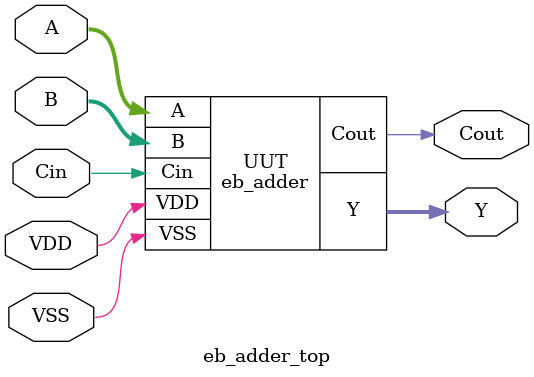
<source format=v>
/* Generated by Yosys 0.57+125 (git sha1 d5053033e, g++ 11.5.0 -fPIC -O3) */

(* src = "/home/arumukamganesmoorthe/ME/digital_design/eight_bit_CLA/rtl/eight_bit_CLA.v:26.1-41.10" *)
module CLA4bit(A, B, Cin, VDD, VSS, S, Cout);
  (* src = "/home/arumukamganesmoorthe/ME/digital_design/eight_bit_CLA/rtl/eight_bit_CLA.v:27.14-27.15" *)
  input [3:0] A;
  wire [3:0] A;
  (* src = "/home/arumukamganesmoorthe/ME/digital_design/eight_bit_CLA/rtl/eight_bit_CLA.v:27.16-27.17" *)
  input [3:0] B;
  wire [3:0] B;
  (* src = "/home/arumukamganesmoorthe/ME/digital_design/eight_bit_CLA/rtl/eight_bit_CLA.v:28.9-28.12" *)
  input Cin;
  wire Cin;
  (* src = "/home/arumukamganesmoorthe/ME/digital_design/eight_bit_CLA/rtl/eight_bit_CLA.v:29.9-29.12" *)
  input VDD;
  wire VDD;
  (* src = "/home/arumukamganesmoorthe/ME/digital_design/eight_bit_CLA/rtl/eight_bit_CLA.v:29.13-29.16" *)
  input VSS;
  wire VSS;
  (* src = "/home/arumukamganesmoorthe/ME/digital_design/eight_bit_CLA/rtl/eight_bit_CLA.v:30.16-30.17" *)
  output [3:0] S;
  wire [3:0] S;
  (* src = "/home/arumukamganesmoorthe/ME/digital_design/eight_bit_CLA/rtl/eight_bit_CLA.v:31.10-31.14" *)
  output Cout;
  wire Cout;
  wire _00_;
  wire _01_;
  wire _02_;
  wire _03_;
  wire _04_;
  wire _05_;
  wire _06_;
  (* src = "/home/arumukamganesmoorthe/ME/digital_design/eight_bit_CLA/rtl/eight_bit_CLA.v:32.14-32.16" *)
  (* unused_bits = "1 2 3" *)
  wire [3:0] Ci;
  sky130_fd_sc_hd__xnor2_1 _07_ (
    .A(B[0]),
    .B(A[0]),
    .Y(_00_)
  );
  sky130_fd_sc_hd__maj3_1 _08_ (
    .A(B[0]),
    .B(A[0]),
    .C(Cin),
    .X(_01_)
  );
  sky130_fd_sc_hd__xnor2_1 _09_ (
    .A(B[1]),
    .B(A[1]),
    .Y(_02_)
  );
  sky130_fd_sc_hd__maj3_1 _10_ (
    .A(B[1]),
    .B(A[1]),
    .C(_01_),
    .X(_03_)
  );
  sky130_fd_sc_hd__xnor2_1 _11_ (
    .A(B[2]),
    .B(A[2]),
    .Y(_04_)
  );
  sky130_fd_sc_hd__maj3_1 _12_ (
    .A(B[2]),
    .B(A[2]),
    .C(_03_),
    .X(_05_)
  );
  sky130_fd_sc_hd__xnor2_1 _13_ (
    .A(B[3]),
    .B(A[3]),
    .Y(_06_)
  );
  sky130_fd_sc_hd__maj3_1 _14_ (
    .A(B[3]),
    .B(A[3]),
    .C(_05_),
    .X(Cout)
  );
  sky130_fd_sc_hd__xnor2_1 _15_ (
    .A(Cin),
    .B(_00_),
    .Y(S[0])
  );
  sky130_fd_sc_hd__xnor2_1 _16_ (
    .A(_01_),
    .B(_02_),
    .Y(S[1])
  );
  sky130_fd_sc_hd__xnor2_1 _17_ (
    .A(_03_),
    .B(_04_),
    .Y(S[2])
  );
  sky130_fd_sc_hd__xnor2_1 _18_ (
    .A(_05_),
    .B(_06_),
    .Y(S[3])
  );
  assign Ci[0] = Cin;
endmodule

(* src = "/home/arumukamganesmoorthe/ME/digital_design/eight_bit_CLA/rtl/eight_bit_CLA.v:13.1-24.10" *)
module eb_adder(A, B, Cin, VDD, VSS, Y, Cout);
  (* src = "/home/arumukamganesmoorthe/ME/digital_design/eight_bit_CLA/rtl/eight_bit_CLA.v:14.12-14.13" *)
  input [7:0] A;
  wire [7:0] A;
  (* src = "/home/arumukamganesmoorthe/ME/digital_design/eight_bit_CLA/rtl/eight_bit_CLA.v:14.14-14.15" *)
  input [7:0] B;
  wire [7:0] B;
  (* src = "/home/arumukamganesmoorthe/ME/digital_design/eight_bit_CLA/rtl/eight_bit_CLA.v:15.7-15.10" *)
  input Cin;
  wire Cin;
  (* src = "/home/arumukamganesmoorthe/ME/digital_design/eight_bit_CLA/rtl/eight_bit_CLA.v:16.7-16.10" *)
  input VDD;
  wire VDD;
  (* src = "/home/arumukamganesmoorthe/ME/digital_design/eight_bit_CLA/rtl/eight_bit_CLA.v:16.11-16.14" *)
  input VSS;
  wire VSS;
  (* src = "/home/arumukamganesmoorthe/ME/digital_design/eight_bit_CLA/rtl/eight_bit_CLA.v:17.13-17.14" *)
  output [7:0] Y;
  wire [7:0] Y;
  (* src = "/home/arumukamganesmoorthe/ME/digital_design/eight_bit_CLA/rtl/eight_bit_CLA.v:18.8-18.12" *)
  output Cout;
  wire Cout;
  (* src = "/home/arumukamganesmoorthe/ME/digital_design/eight_bit_CLA/rtl/eight_bit_CLA.v:19.6-19.7" *)
  wire x;
  (* module_not_derived = 32'd1 *)
  (* src = "/home/arumukamganesmoorthe/ME/digital_design/eight_bit_CLA/rtl/eight_bit_CLA.v:21.9-21.47" *)
  CLA4bit C1 (
    .A(A[3:0]),
    .B(B[3:0]),
    .Cin(Cin),
    .Cout(x),
    .S(Y[3:0]),
    .VDD(VDD),
    .VSS(VSS)
  );
  (* module_not_derived = 32'd1 *)
  (* src = "/home/arumukamganesmoorthe/ME/digital_design/eight_bit_CLA/rtl/eight_bit_CLA.v:22.9-22.48" *)
  CLA4bit C2 (
    .A(A[7:4]),
    .B(B[7:4]),
    .Cin(x),
    .Cout(Cout),
    .S(Y[7:4]),
    .VDD(VDD),
    .VSS(VSS)
  );
endmodule

(* top =  1  *)
(* src = "/home/arumukamganesmoorthe/ME/digital_design/eight_bit_CLA/rtl/eight_bit_CLA.v:1.1-10.10" *)
module eb_adder_top(A, B, Cin, VDD, VSS, Y, Cout);
  (* src = "/home/arumukamganesmoorthe/ME/digital_design/eight_bit_CLA/rtl/eight_bit_CLA.v:2.12-2.13" *)
  input [7:0] A;
  wire [7:0] A;
  (* src = "/home/arumukamganesmoorthe/ME/digital_design/eight_bit_CLA/rtl/eight_bit_CLA.v:2.14-2.15" *)
  input [7:0] B;
  wire [7:0] B;
  (* src = "/home/arumukamganesmoorthe/ME/digital_design/eight_bit_CLA/rtl/eight_bit_CLA.v:3.7-3.10" *)
  input Cin;
  wire Cin;
  (* src = "/home/arumukamganesmoorthe/ME/digital_design/eight_bit_CLA/rtl/eight_bit_CLA.v:4.7-4.10" *)
  input VDD;
  wire VDD;
  (* src = "/home/arumukamganesmoorthe/ME/digital_design/eight_bit_CLA/rtl/eight_bit_CLA.v:4.11-4.14" *)
  input VSS;
  wire VSS;
  (* src = "/home/arumukamganesmoorthe/ME/digital_design/eight_bit_CLA/rtl/eight_bit_CLA.v:5.13-5.14" *)
  output [7:0] Y;
  wire [7:0] Y;
  (* src = "/home/arumukamganesmoorthe/ME/digital_design/eight_bit_CLA/rtl/eight_bit_CLA.v:6.8-6.12" *)
  output Cout;
  wire Cout;
  (* module_not_derived = 32'd1 *)
  (* src = "/home/arumukamganesmoorthe/ME/digital_design/eight_bit_CLA/rtl/eight_bit_CLA.v:8.10-8.80" *)
  eb_adder UUT (
    .A(A),
    .B(B),
    .Cin(Cin),
    .Cout(Cout),
    .VDD(VDD),
    .VSS(VSS),
    .Y(Y)
  );
endmodule

</source>
